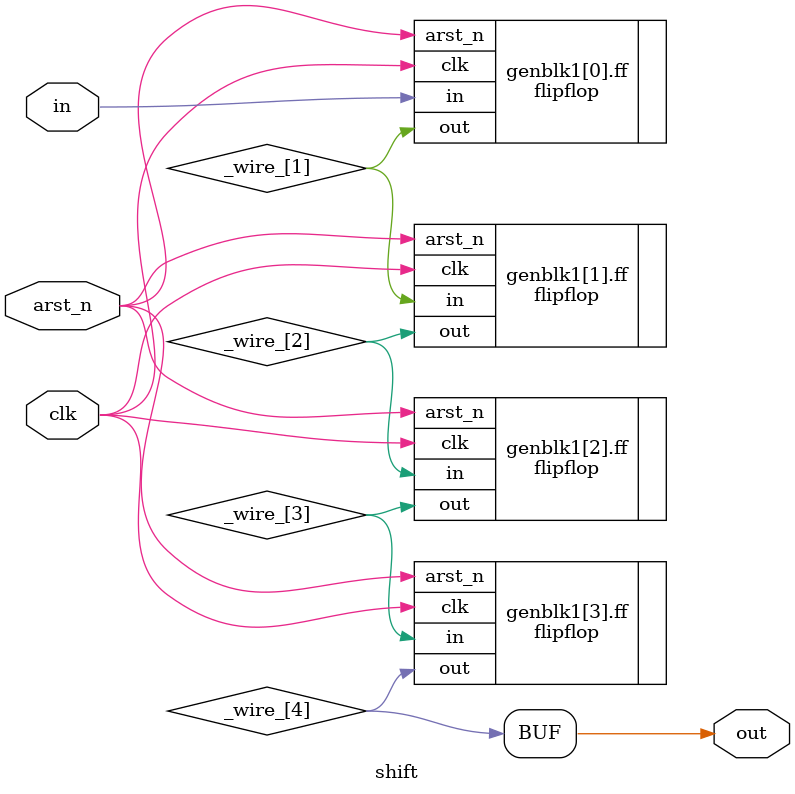
<source format=v>
module shift #(parameter DELAY = 4)(
    input clk,
    input arst_n,
    input in,
    output out
); 
    wire _wire_ [DELAY:0];
    genvar i;
    generate
        for (i = 0; i < DELAY; i = i + 1) begin
            flipflop ff (.clk(clk),
                         .arst_n(arst_n),
                         .in(_wire_[i]),
                         .out(_wire_[i+1]));
        end
    endgenerate

    assign _wire_[0]  = in;
    assign out = _wire_[DELAY];
endmodule
</source>
